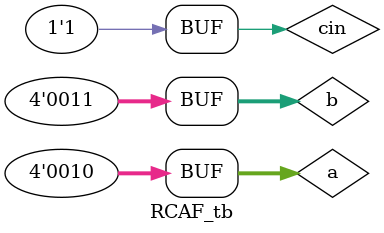
<source format=v>
module RCAF(
            input [3:0]a,b,
            input cin,
            output reg[3:0]sum,
            output reg cout
            );
    reg [1:0]rca;
    reg carry;
   function  reg[1:0] FA(input a,b,input cin);
           reg carry;
           reg sum;
           begin
           carry=(a&b)|(b&cin)|(cin&a);
           sum=a^b^cin;
           FA={carry,sum};
           end
     endfunction

   always @(*)
   begin 
  rca=FA(a[0],b[0],cin);
   sum[0]=rca[0];
   carry=rca[1];
  
  rca=FA(a[1],b[1],carry);
   sum[1]=rca[0];
   carry=rca[1];
  
  rca=FA(a[2],b[2],carry);
   sum[2]=rca[0];
   carry=rca[1];
  
  rca=FA(a[3],b[3],carry);
   sum[3]=rca[0];
   cout=rca[1];
   end
   endmodule

   //testbench
   module RCAF_tb();
       reg [3:0]a,b;
       reg cin;
       wire [3:0]sum;
       wire cout;

       //instantiation
       RCAF R1(a,b,cin,sum,cout);

       initial
       begin
       a=4'b0010;b=4'b0011;cin=1'b1;#10;
       end
       initial
       $monitor("a=%b b=%b cin=%b sum=%b cout=%b Time=%t",a,b,cin,sum,cout,$time);
       endmodule

</source>
